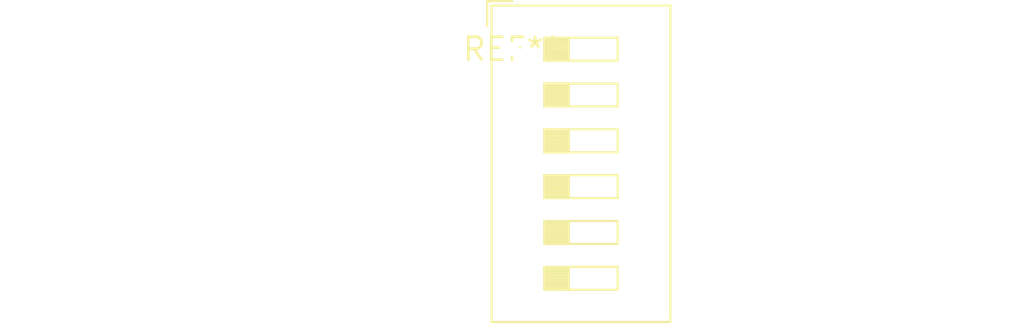
<source format=kicad_pcb>
(kicad_pcb (version 20240108) (generator pcbnew)
  (layers (0 "F.Cu" signal) (31 "B.Cu" signal) (34 "B.Paste" user) (35 "F.Paste" user) (36 "B.SilkS" user "B.Silkscreen") (37 "F.SilkS" user "F.Silkscreen") (38 "B.Mask" user) (39 "F.Mask" user) (44 "Edge.Cuts" user))
  (net 0 "")
  (footprint "SW_DIP_SPSTx06_Slide_9.78x17.42mm_W7.62mm_P2.54mm" (layer "F.Cu") (at 0 0)
    (property "Reference" "REF**")
    (property "Value" "SW_DIP_SPSTx06_Slide_9.78x17.42mm_W7.62mm_P2.54mm")
    (fp_line (start -1.38 -2.66) (end -1.38 -1.277) (layer "F.SilkS") (stroke (width 0.12)))
    (fp_line (start -1.38 -2.66) (end 0.004 -2.66) (layer "F.SilkS") (stroke (width 0.12)))
    (fp_line (start -1.14 -2.42) (end -1.14 15.12) (layer "F.SilkS") (stroke (width 0.12)))
    (fp_line (start -1.14 -2.42) (end 8.76 -2.42) (layer "F.SilkS") (stroke (width 0.12)))
    (fp_line (start -1.14 15.12) (end 8.76 15.12) (layer "F.SilkS") (stroke (width 0.12)))
    (fp_line (start 1.78 -0.635) (end 1.78 0.635) (layer "F.SilkS") (stroke (width 0.12)))
    (fp_line (start 1.78 -0.515) (end 3.133333 -0.515) (layer "F.SilkS") (stroke (width 0.12)))
    (fp_line (start 1.78 -0.395) (end 3.133333 -0.395) (layer "F.SilkS") (stroke (width 0.12)))
    (fp_line (start 1.78 -0.275) (end 3.133333 -0.275) (layer "F.SilkS") (stroke (width 0.12)))
    (fp_line (start 1.78 -0.155) (end 3.133333 -0.155) (layer "F.SilkS") (stroke (width 0.12)))
    (fp_line (start 1.78 -0.035) (end 3.133333 -0.035) (layer "F.SilkS") (stroke (width 0.12)))
    (fp_line (start 1.78 0.085) (end 3.133333 0.085) (layer "F.SilkS") (stroke (width 0.12)))
    (fp_line (start 1.78 0.205) (end 3.133333 0.205) (layer "F.SilkS") (stroke (width 0.12)))
    (fp_line (start 1.78 0.325) (end 3.133333 0.325) (layer "F.SilkS") (stroke (width 0.12)))
    (fp_line (start 1.78 0.445) (end 3.133333 0.445) (layer "F.SilkS") (stroke (width 0.12)))
    (fp_line (start 1.78 0.565) (end 3.133333 0.565) (layer "F.SilkS") (stroke (width 0.12)))
    (fp_line (start 1.78 0.635) (end 5.84 0.635) (layer "F.SilkS") (stroke (width 0.12)))
    (fp_line (start 1.78 1.905) (end 1.78 3.175) (layer "F.SilkS") (stroke (width 0.12)))
    (fp_line (start 1.78 2.025) (end 3.133333 2.025) (layer "F.SilkS") (stroke (width 0.12)))
    (fp_line (start 1.78 2.145) (end 3.133333 2.145) (layer "F.SilkS") (stroke (width 0.12)))
    (fp_line (start 1.78 2.265) (end 3.133333 2.265) (layer "F.SilkS") (stroke (width 0.12)))
    (fp_line (start 1.78 2.385) (end 3.133333 2.385) (layer "F.SilkS") (stroke (width 0.12)))
    (fp_line (start 1.78 2.505) (end 3.133333 2.505) (layer "F.SilkS") (stroke (width 0.12)))
    (fp_line (start 1.78 2.625) (end 3.133333 2.625) (layer "F.SilkS") (stroke (width 0.12)))
    (fp_line (start 1.78 2.745) (end 3.133333 2.745) (layer "F.SilkS") (stroke (width 0.12)))
    (fp_line (start 1.78 2.865) (end 3.133333 2.865) (layer "F.SilkS") (stroke (width 0.12)))
    (fp_line (start 1.78 2.985) (end 3.133333 2.985) (layer "F.SilkS") (stroke (width 0.12)))
    (fp_line (start 1.78 3.105) (end 3.133333 3.105) (layer "F.SilkS") (stroke (width 0.12)))
    (fp_line (start 1.78 3.175) (end 5.84 3.175) (layer "F.SilkS") (stroke (width 0.12)))
    (fp_line (start 1.78 4.445) (end 1.78 5.715) (layer "F.SilkS") (stroke (width 0.12)))
    (fp_line (start 1.78 4.565) (end 3.133333 4.565) (layer "F.SilkS") (stroke (width 0.12)))
    (fp_line (start 1.78 4.685) (end 3.133333 4.685) (layer "F.SilkS") (stroke (width 0.12)))
    (fp_line (start 1.78 4.805) (end 3.133333 4.805) (layer "F.SilkS") (stroke (width 0.12)))
    (fp_line (start 1.78 4.925) (end 3.133333 4.925) (layer "F.SilkS") (stroke (width 0.12)))
    (fp_line (start 1.78 5.045) (end 3.133333 5.045) (layer "F.SilkS") (stroke (width 0.12)))
    (fp_line (start 1.78 5.165) (end 3.133333 5.165) (layer "F.SilkS") (stroke (width 0.12)))
    (fp_line (start 1.78 5.285) (end 3.133333 5.285) (layer "F.SilkS") (stroke (width 0.12)))
    (fp_line (start 1.78 5.405) (end 3.133333 5.405) (layer "F.SilkS") (stroke (width 0.12)))
    (fp_line (start 1.78 5.525) (end 3.133333 5.525) (layer "F.SilkS") (stroke (width 0.12)))
    (fp_line (start 1.78 5.645) (end 3.133333 5.645) (layer "F.SilkS") (stroke (width 0.12)))
    (fp_line (start 1.78 5.715) (end 5.84 5.715) (layer "F.SilkS") (stroke (width 0.12)))
    (fp_line (start 1.78 6.985) (end 1.78 8.255) (layer "F.SilkS") (stroke (width 0.12)))
    (fp_line (start 1.78 7.105) (end 3.133333 7.105) (layer "F.SilkS") (stroke (width 0.12)))
    (fp_line (start 1.78 7.225) (end 3.133333 7.225) (layer "F.SilkS") (stroke (width 0.12)))
    (fp_line (start 1.78 7.345) (end 3.133333 7.345) (layer "F.SilkS") (stroke (width 0.12)))
    (fp_line (start 1.78 7.465) (end 3.133333 7.465) (layer "F.SilkS") (stroke (width 0.12)))
    (fp_line (start 1.78 7.585) (end 3.133333 7.585) (layer "F.SilkS") (stroke (width 0.12)))
    (fp_line (start 1.78 7.705) (end 3.133333 7.705) (layer "F.SilkS") (stroke (width 0.12)))
    (fp_line (start 1.78 7.825) (end 3.133333 7.825) (layer "F.SilkS") (stroke (width 0.12)))
    (fp_line (start 1.78 7.945) (end 3.133333 7.945) (layer "F.SilkS") (stroke (width 0.12)))
    (fp_line (start 1.78 8.065) (end 3.133333 8.065) (layer "F.SilkS") (stroke (width 0.12)))
    (fp_line (start 1.78 8.185) (end 3.133333 8.185) (layer "F.SilkS") (stroke (width 0.12)))
    (fp_line (start 1.78 8.255) (end 5.84 8.255) (layer "F.SilkS") (stroke (width 0.12)))
    (fp_line (start 1.78 9.525) (end 1.78 10.795) (layer "F.SilkS") (stroke (width 0.12)))
    (fp_line (start 1.78 9.645) (end 3.133333 9.645) (layer "F.SilkS") (stroke (width 0.12)))
    (fp_line (start 1.78 9.765) (end 3.133333 9.765) (layer "F.SilkS") (stroke (width 0.12)))
    (fp_line (start 1.78 9.885) (end 3.133333 9.885) (layer "F.SilkS") (stroke (width 0.12)))
    (fp_line (start 1.78 10.005) (end 3.133333 10.005) (layer "F.SilkS") (stroke (width 0.12)))
    (fp_line (start 1.78 10.125) (end 3.133333 10.125) (layer "F.SilkS") (stroke (width 0.12)))
    (fp_line (start 1.78 10.245) (end 3.133333 10.245) (layer "F.SilkS") (stroke (width 0.12)))
    (fp_line (start 1.78 10.365) (end 3.133333 10.365) (layer "F.SilkS") (stroke (width 0.12)))
    (fp_line (start 1.78 10.485) (end 3.133333 10.485) (layer "F.SilkS") (stroke (width 0.12)))
    (fp_line (start 1.78 10.605) (end 3.133333 10.605) (layer "F.SilkS") (stroke (width 0.12)))
    (fp_line (start 1.78 10.725) (end 3.133333 10.725) (layer "F.SilkS") (stroke (width 0.12)))
    (fp_line (start 1.78 10.795) (end 5.84 10.795) (layer "F.SilkS") (stroke (width 0.12)))
    (fp_line (start 1.78 12.065) (end 1.78 13.335) (layer "F.SilkS") (stroke (width 0.12)))
    (fp_line (start 1.78 12.185) (end 3.133333 12.185) (layer "F.SilkS") (stroke (width 0.12)))
    (fp_line (start 1.78 12.305) (end 3.133333 12.305) (layer "F.SilkS") (stroke (width 0.12)))
    (fp_line (start 1.78 12.425) (end 3.133333 12.425) (layer "F.SilkS") (stroke (width 0.12)))
    (fp_line (start 1.78 12.545) (end 3.133333 12.545) (layer "F.SilkS") (stroke (width 0.12)))
    (fp_line (start 1.78 12.665) (end 3.133333 12.665) (layer "F.SilkS") (stroke (width 0.12)))
    (fp_line (start 1.78 12.785) (end 3.133333 12.785) (layer "F.SilkS") (stroke (width 0.12)))
    (fp_line (start 1.78 12.905) (end 3.133333 12.905) (layer "F.SilkS") (stroke (width 0.12)))
    (fp_line (start 1.78 13.025) (end 3.133333 13.025) (layer "F.SilkS") (stroke (width 0.12)))
    (fp_line (start 1.78 13.145) (end 3.133333 13.145) (layer "F.SilkS") (stroke (width 0.12)))
    (fp_line (start 1.78 13.265) (end 3.133333 13.265) (layer "F.SilkS") (stroke (width 0.12)))
    (fp_line (start 1.78 13.335) (end 5.84 13.335) (layer "F.SilkS") (stroke (width 0.12)))
    (fp_line (start 3.133333 -0.635) (end 3.133333 0.635) (layer "F.SilkS") (stroke (width 0.12)))
    (fp_line (start 3.133333 1.905) (end 3.133333 3.175) (layer "F.SilkS") (stroke (width 0.12)))
    (fp_line (start 3.133333 4.445) (end 3.133333 5.715) (layer "F.SilkS") (stroke (width 0.12)))
    (fp_line (start 3.133333 6.985) (end 3.133333 8.255) (layer "F.SilkS") (stroke (width 0.12)))
    (fp_line (start 3.133333 9.525) (end 3.133333 10.795) (layer "F.SilkS") (stroke (width 0.12)))
    (fp_line (start 3.133333 12.065) (end 3.133333 13.335) (layer "F.SilkS") (stroke (width 0.12)))
    (fp_line (start 5.84 -0.635) (end 1.78 -0.635) (layer "F.SilkS") (stroke (width 0.12)))
    (fp_line (start 5.84 0.635) (end 5.84 -0.635) (layer "F.SilkS") (stroke (width 0.12)))
    (fp_line (start 5.84 1.905) (end 1.78 1.905) (layer "F.SilkS") (stroke (width 0.12)))
    (fp_line (start 5.84 3.175) (end 5.84 1.905) (layer "F.SilkS") (stroke (width 0.12)))
    (fp_line (start 5.84 4.445) (end 1.78 4.445) (layer "F.SilkS") (stroke (width 0.12)))
    (fp_line (start 5.84 5.715) (end 5.84 4.445) (layer "F.SilkS") (stroke (width 0.12)))
    (fp_line (start 5.84 6.985) (end 1.78 6.985) (layer "F.SilkS") (stroke (width 0.12)))
    (fp_line (start 5.84 8.255) (end 5.84 6.985) (layer "F.SilkS") (stroke (width 0.12)))
    (fp_line (start 5.84 9.525) (end 1.78 9.525) (layer "F.SilkS") (stroke (width 0.12)))
    (fp_line (start 5.84 10.795) (end 5.84 9.525) (layer "F.SilkS") (stroke (width 0.12)))
    (fp_line (start 5.84 12.065) (end 1.78 12.065) (layer "F.SilkS") (stroke (width 0.12)))
    (fp_line (start 5.84 13.335) (end 5.84 12.065) (layer "F.SilkS") (stroke (width 0.12)))
    (fp_line (start 8.76 -2.42) (end 8.76 15.12) (layer "F.SilkS") (stroke (width 0.12)))
    (pad "1" thru_hole rect (at 0 0) (size 1.6 1.6) (drill 0.8) (layers *.Cu *.Mask) (remove_unused_layers))
    (pad "2" thru_hole oval (at 0 2.54) (size 1.6 1.6) (drill 0.8) (layers *.Cu *.Mask) (remove_unused_layers))
    (pad "3" thru_hole oval (at 0 5.08) (size 1.6 1.6) (drill 0.8) (layers *.Cu *.Mask) (remove_unused_layers))
    (pad "4" thru_hole oval (at 0 7.62) (size 1.6 1.6) (drill 0.8) (layers *.Cu *.Mask) (remove_unused_layers))
    (pad "5" thru_hole oval (at 0 10.16) (size 1.6 1.6) (drill 0.8) (layers *.Cu *.Mask) (remove_unused_layers))
    (pad "6" thru_hole oval (at 0 12.7) (size 1.6 1.6) (drill 0.8) (layers *.Cu *.Mask) (remove_unused_layers))
    (pad "7" thru_hole oval (at 7.62 12.7) (size 1.6 1.6) (drill 0.8) (layers *.Cu *.Mask) (remove_unused_layers))
    (pad "8" thru_hole oval (at 7.62 10.16) (size 1.6 1.6) (drill 0.8) (layers *.Cu *.Mask) (remove_unused_layers))
    (pad "9" thru_hole oval (at 7.62 7.62) (size 1.6 1.6) (drill 0.8) (layers *.Cu *.Mask) (remove_unused_layers))
    (pad "10" thru_hole oval (at 7.62 5.08) (size 1.6 1.6) (drill 0.8) (layers *.Cu *.Mask) (remove_unused_layers))
    (pad "11" thru_hole oval (at 7.62 2.54) (size 1.6 1.6) (drill 0.8) (layers *.Cu *.Mask) (remove_unused_layers))
    (pad "12" thru_hole oval (at 7.62 0) (size 1.6 1.6) (drill 0.8) (layers *.Cu *.Mask) (remove_unused_layers))
  )
)
</source>
